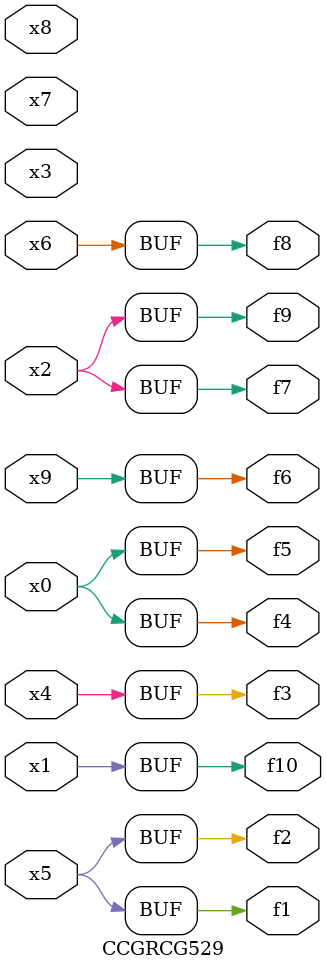
<source format=v>
module CCGRCG529(
	input x0, x1, x2, x3, x4, x5, x6, x7, x8, x9,
	output f1, f2, f3, f4, f5, f6, f7, f8, f9, f10
);
	assign f1 = x5;
	assign f2 = x5;
	assign f3 = x4;
	assign f4 = x0;
	assign f5 = x0;
	assign f6 = x9;
	assign f7 = x2;
	assign f8 = x6;
	assign f9 = x2;
	assign f10 = x1;
endmodule

</source>
